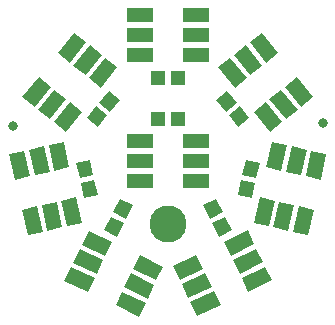
<source format=gbr>
G04 #@! TF.GenerationSoftware,KiCad,Pcbnew,no-vcs-found-5013ea2~58~ubuntu16.04.1*
G04 #@! TF.CreationDate,2017-05-24T10:44:45-06:00*
G04 #@! TF.ProjectId,HiBeam_8-pack_v02,48694265616D5F382D7061636B5F7630,rev?*
G04 #@! TF.FileFunction,Soldermask,Top*
G04 #@! TF.FilePolarity,Negative*
%FSLAX46Y46*%
G04 Gerber Fmt 4.6, Leading zero omitted, Abs format (unit mm)*
G04 Created by KiCad (PCBNEW no-vcs-found-5013ea2~58~ubuntu16.04.1) date Wed May 24 10:44:45 2017*
%MOMM*%
%LPD*%
G01*
G04 APERTURE LIST*
%ADD10C,0.100000*%
%ADD11C,1.303200*%
%ADD12R,2.203200X1.303200*%
%ADD13R,1.303020X1.201420*%
%ADD14C,1.201420*%
%ADD15C,0.838200*%
%ADD16C,3.124200*%
G04 APERTURE END LIST*
D10*
D11*
X139187794Y-107856850D03*
D10*
G36*
X140462993Y-107747427D02*
X139897848Y-108921711D01*
X137912595Y-107966273D01*
X138477740Y-106791989D01*
X140462993Y-107747427D01*
X140462993Y-107747427D01*
G37*
D11*
X139925017Y-106325019D03*
D10*
G36*
X141200216Y-106215596D02*
X140635071Y-107389880D01*
X138649818Y-106434442D01*
X139214963Y-105260158D01*
X141200216Y-106215596D01*
X141200216Y-106215596D01*
G37*
D11*
X140662236Y-104793187D03*
D10*
G36*
X141937435Y-104683764D02*
X141372290Y-105858048D01*
X139387037Y-104902610D01*
X139952182Y-103728326D01*
X141937435Y-104683764D01*
X141937435Y-104683764D01*
G37*
D11*
X144987406Y-106874750D03*
D10*
G36*
X143712207Y-106984173D02*
X144277352Y-105809889D01*
X146262605Y-106765327D01*
X145697460Y-107939611D01*
X143712207Y-106984173D01*
X143712207Y-106984173D01*
G37*
D11*
X144250183Y-108406581D03*
D10*
G36*
X142974984Y-108516004D02*
X143540129Y-107341720D01*
X145525382Y-108297158D01*
X144960237Y-109471442D01*
X142974984Y-108516004D01*
X142974984Y-108516004D01*
G37*
D11*
X143512964Y-109938413D03*
D10*
G36*
X142237765Y-110047836D02*
X142802910Y-108873552D01*
X144788163Y-109828990D01*
X144223018Y-111003274D01*
X142237765Y-110047836D01*
X142237765Y-110047836D01*
G37*
D11*
X149857036Y-109913014D03*
D10*
G36*
X150567090Y-108848153D02*
X151132235Y-110022437D01*
X149146982Y-110977875D01*
X148581837Y-109803591D01*
X150567090Y-108848153D01*
X150567090Y-108848153D01*
G37*
D11*
X149119817Y-108381181D03*
D10*
G36*
X149829871Y-107316320D02*
X150395016Y-108490604D01*
X148409763Y-109446042D01*
X147844618Y-108271758D01*
X149829871Y-107316320D01*
X149829871Y-107316320D01*
G37*
D11*
X148382595Y-106849351D03*
D10*
G36*
X149092649Y-105784490D02*
X149657794Y-106958774D01*
X147672541Y-107914212D01*
X147107396Y-106739928D01*
X149092649Y-105784490D01*
X149092649Y-105784490D01*
G37*
D11*
X152707764Y-104767786D03*
D10*
G36*
X151997710Y-105832647D02*
X151432565Y-104658363D01*
X153417818Y-103702925D01*
X153982963Y-104877209D01*
X151997710Y-105832647D01*
X151997710Y-105832647D01*
G37*
D11*
X153444983Y-106299619D03*
D10*
G36*
X152734929Y-107364480D02*
X152169784Y-106190196D01*
X154155037Y-105234758D01*
X154720182Y-106409042D01*
X152734929Y-107364480D01*
X152734929Y-107364480D01*
G37*
D11*
X154182205Y-107831449D03*
D10*
G36*
X153472151Y-108896310D02*
X152907006Y-107722026D01*
X154892259Y-106766588D01*
X155457404Y-107940872D01*
X153472151Y-108896310D01*
X153472151Y-108896310D01*
G37*
D11*
X157789870Y-91980584D03*
D10*
G36*
X156594160Y-91524093D02*
X157614055Y-90712832D01*
X158985580Y-92437075D01*
X157965685Y-93248336D01*
X156594160Y-91524093D01*
X156594160Y-91524093D01*
G37*
D11*
X156459434Y-93038858D03*
D10*
G36*
X155263724Y-92582367D02*
X156283619Y-91771106D01*
X157655144Y-93495349D01*
X156635249Y-94306610D01*
X155263724Y-92582367D01*
X155263724Y-92582367D01*
G37*
D11*
X155129001Y-94097134D03*
D10*
G36*
X153933291Y-93640643D02*
X154953186Y-92829382D01*
X156324711Y-94553625D01*
X155304816Y-95364886D01*
X153933291Y-93640643D01*
X153933291Y-93640643D01*
G37*
D11*
X152140930Y-90340616D03*
D10*
G36*
X153336640Y-90797107D02*
X152316745Y-91608368D01*
X150945220Y-89884125D01*
X151965115Y-89072864D01*
X153336640Y-90797107D01*
X153336640Y-90797107D01*
G37*
D11*
X153471366Y-89282342D03*
D10*
G36*
X154667076Y-89738833D02*
X153647181Y-90550094D01*
X152275656Y-88825851D01*
X153295551Y-88014590D01*
X154667076Y-89738833D01*
X154667076Y-89738833D01*
G37*
D11*
X154801799Y-88224066D03*
D10*
G36*
X155997509Y-88680557D02*
X154977614Y-89491818D01*
X153606089Y-87767575D01*
X154625984Y-86956314D01*
X155997509Y-88680557D01*
X155997509Y-88680557D01*
G37*
D12*
X149085000Y-85472799D03*
X149084998Y-87172800D03*
X149085000Y-88872800D03*
X144285000Y-88872801D03*
X144285002Y-87172800D03*
X144285000Y-85472800D03*
D11*
X138542800Y-88224065D03*
D10*
G36*
X138366985Y-89491817D02*
X137347090Y-88680556D01*
X138718615Y-86956313D01*
X139738510Y-87767574D01*
X138366985Y-89491817D01*
X138366985Y-89491817D01*
G37*
D11*
X139873234Y-89282342D03*
D10*
G36*
X139697419Y-90550094D02*
X138677524Y-89738833D01*
X140049049Y-88014590D01*
X141068944Y-88825851D01*
X139697419Y-90550094D01*
X139697419Y-90550094D01*
G37*
D11*
X141203669Y-90340615D03*
D10*
G36*
X141027854Y-91608367D02*
X140007959Y-90797106D01*
X141379484Y-89072863D01*
X142399379Y-89884124D01*
X141027854Y-91608367D01*
X141027854Y-91608367D01*
G37*
D11*
X138215600Y-94097135D03*
D10*
G36*
X138391415Y-92829383D02*
X139411310Y-93640644D01*
X138039785Y-95364887D01*
X137019890Y-94553626D01*
X138391415Y-92829383D01*
X138391415Y-92829383D01*
G37*
D11*
X136885166Y-93038858D03*
D10*
G36*
X137060981Y-91771106D02*
X138080876Y-92582367D01*
X136709351Y-94306610D01*
X135689456Y-93495349D01*
X137060981Y-91771106D01*
X137060981Y-91771106D01*
G37*
D11*
X135554731Y-91980585D03*
D10*
G36*
X135730546Y-90712833D02*
X136750441Y-91524094D01*
X135378916Y-93248337D01*
X134359021Y-92437076D01*
X135730546Y-90712833D01*
X135730546Y-90712833D01*
G37*
D11*
X134132329Y-98188474D03*
D10*
G36*
X135011794Y-99118338D02*
X133740980Y-99407060D01*
X133252864Y-97258610D01*
X134523678Y-96969888D01*
X135011794Y-99118338D01*
X135011794Y-99118338D01*
G37*
D11*
X135790084Y-97811843D03*
D10*
G36*
X136669549Y-98741707D02*
X135398735Y-99030429D01*
X134910619Y-96881979D01*
X136181433Y-96593257D01*
X136669549Y-98741707D01*
X136669549Y-98741707D01*
G37*
D11*
X137447838Y-97435209D03*
D10*
G36*
X138327303Y-98365073D02*
X137056489Y-98653795D01*
X136568373Y-96505345D01*
X137839187Y-96216623D01*
X138327303Y-98365073D01*
X138327303Y-98365073D01*
G37*
D11*
X138511271Y-102115926D03*
D10*
G36*
X137631806Y-101186062D02*
X138902620Y-100897340D01*
X139390736Y-103045790D01*
X138119922Y-103334512D01*
X137631806Y-101186062D01*
X137631806Y-101186062D01*
G37*
D11*
X136853516Y-102492557D03*
D10*
G36*
X135974051Y-101562693D02*
X137244865Y-101273971D01*
X137732981Y-103422421D01*
X136462167Y-103711143D01*
X135974051Y-101562693D01*
X135974051Y-101562693D01*
G37*
D11*
X135195762Y-102869191D03*
D10*
G36*
X134316297Y-101939327D02*
X135587111Y-101650605D01*
X136075227Y-103799055D01*
X134804413Y-104087777D01*
X134316297Y-101939327D01*
X134316297Y-101939327D01*
G37*
D12*
X144285000Y-99490001D03*
X144285002Y-97790000D03*
X144285000Y-96090000D03*
X149085000Y-96089999D03*
X149084998Y-97790000D03*
X149085000Y-99490000D03*
D11*
X158148838Y-102869191D03*
D10*
G36*
X157757489Y-101650605D02*
X159028303Y-101939327D01*
X158540187Y-104087777D01*
X157269373Y-103799055D01*
X157757489Y-101650605D01*
X157757489Y-101650605D01*
G37*
D11*
X156491084Y-102492557D03*
D10*
G36*
X156099735Y-101273971D02*
X157370549Y-101562693D01*
X156882433Y-103711143D01*
X155611619Y-103422421D01*
X156099735Y-101273971D01*
X156099735Y-101273971D01*
G37*
D11*
X154833330Y-102115926D03*
D10*
G36*
X154441981Y-100897340D02*
X155712795Y-101186062D01*
X155224679Y-103334512D01*
X153953865Y-103045790D01*
X154441981Y-100897340D01*
X154441981Y-100897340D01*
G37*
D11*
X155896762Y-97435209D03*
D10*
G36*
X156288111Y-98653795D02*
X155017297Y-98365073D01*
X155505413Y-96216623D01*
X156776227Y-96505345D01*
X156288111Y-98653795D01*
X156288111Y-98653795D01*
G37*
D11*
X157554516Y-97811843D03*
D10*
G36*
X157945865Y-99030429D02*
X156675051Y-98741707D01*
X157163167Y-96593257D01*
X158433981Y-96881979D01*
X157945865Y-99030429D01*
X157945865Y-99030429D01*
G37*
D11*
X159212270Y-98188474D03*
D10*
G36*
X159603619Y-99407060D02*
X158332805Y-99118338D01*
X158820921Y-96969888D01*
X160091735Y-97258610D01*
X159603619Y-99407060D01*
X159603619Y-99407060D01*
G37*
D13*
X147533360Y-94234000D03*
X145836640Y-94234000D03*
D14*
X140014953Y-100166678D03*
D10*
G36*
X139284830Y-99664445D02*
X140456394Y-99398272D01*
X140745076Y-100668911D01*
X139573512Y-100935084D01*
X139284830Y-99664445D01*
X139284830Y-99664445D01*
G37*
D14*
X139639047Y-98512122D03*
D10*
G36*
X138908924Y-98009889D02*
X140080488Y-97743716D01*
X140369170Y-99014355D01*
X139197606Y-99280528D01*
X138908924Y-98009889D01*
X138908924Y-98009889D01*
G37*
D14*
X140670483Y-94085133D03*
D10*
G36*
X140605937Y-93201305D02*
X141546178Y-93949207D01*
X140735029Y-94968961D01*
X139794788Y-94221059D01*
X140605937Y-93201305D01*
X140605937Y-93201305D01*
G37*
D14*
X141726717Y-92757267D03*
D10*
G36*
X141662171Y-91873439D02*
X142602412Y-92621341D01*
X141791263Y-93641095D01*
X140851022Y-92893193D01*
X141662171Y-91873439D01*
X141662171Y-91873439D01*
G37*
D13*
X145836640Y-90779600D03*
X147533360Y-90779600D03*
D14*
X151643283Y-92757267D03*
D10*
G36*
X152518978Y-92893193D02*
X151578737Y-93641095D01*
X150767588Y-92621341D01*
X151707829Y-91873439D01*
X152518978Y-92893193D01*
X152518978Y-92893193D01*
G37*
D14*
X152699517Y-94085133D03*
D10*
G36*
X153575212Y-94221059D02*
X152634971Y-94968961D01*
X151823822Y-93949207D01*
X152764063Y-93201305D01*
X153575212Y-94221059D01*
X153575212Y-94221059D01*
G37*
D14*
X153705553Y-98512122D03*
D10*
G36*
X154146994Y-99280528D02*
X152975430Y-99014355D01*
X153264112Y-97743716D01*
X154435676Y-98009889D01*
X154146994Y-99280528D01*
X154146994Y-99280528D01*
G37*
D14*
X153329647Y-100166678D03*
D10*
G36*
X153771088Y-100935084D02*
X152599524Y-100668911D01*
X152888206Y-99398272D01*
X154059770Y-99664445D01*
X153771088Y-100935084D01*
X153771088Y-100935084D01*
G37*
D14*
X151243899Y-103380438D03*
D10*
G36*
X150420080Y-103053881D02*
X151502652Y-102532874D01*
X152067718Y-103706995D01*
X150985146Y-104228002D01*
X150420080Y-103053881D01*
X150420080Y-103053881D01*
G37*
D14*
X150508101Y-101851562D03*
D10*
G36*
X149684282Y-101525005D02*
X150766854Y-101003998D01*
X151331920Y-102178119D01*
X150249348Y-102699126D01*
X149684282Y-101525005D01*
X149684282Y-101525005D01*
G37*
D14*
X142861899Y-101851562D03*
D10*
G36*
X143120652Y-102699126D02*
X142038080Y-102178119D01*
X142603146Y-101003998D01*
X143685718Y-101525005D01*
X143120652Y-102699126D01*
X143120652Y-102699126D01*
G37*
D14*
X142126101Y-103380438D03*
D10*
G36*
X142384854Y-104228002D02*
X141302282Y-103706995D01*
X141867348Y-102532874D01*
X142949920Y-103053881D01*
X142384854Y-104228002D01*
X142384854Y-104228002D01*
G37*
D15*
X133553200Y-94894400D03*
X159766000Y-94615000D03*
D16*
X146685000Y-103124000D03*
M02*

</source>
